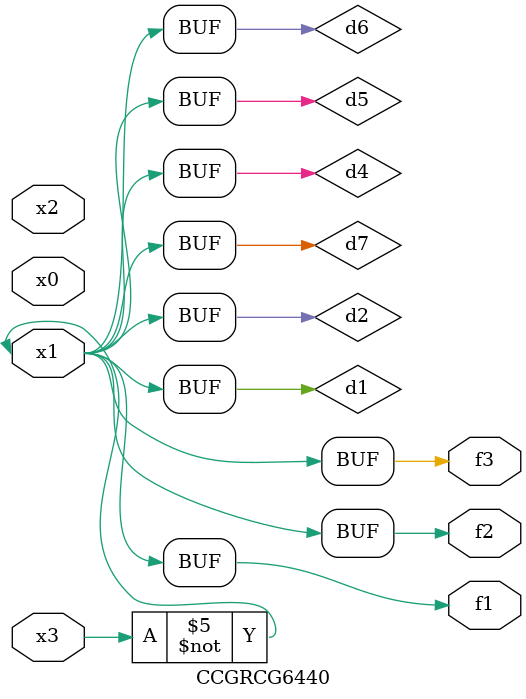
<source format=v>
module CCGRCG6440(
	input x0, x1, x2, x3,
	output f1, f2, f3
);

	wire d1, d2, d3, d4, d5, d6, d7;

	not (d1, x3);
	buf (d2, x1);
	xnor (d3, d1, d2);
	nor (d4, d1);
	buf (d5, d1, d2);
	buf (d6, d4, d5);
	nand (d7, d4);
	assign f1 = d6;
	assign f2 = d7;
	assign f3 = d6;
endmodule

</source>
